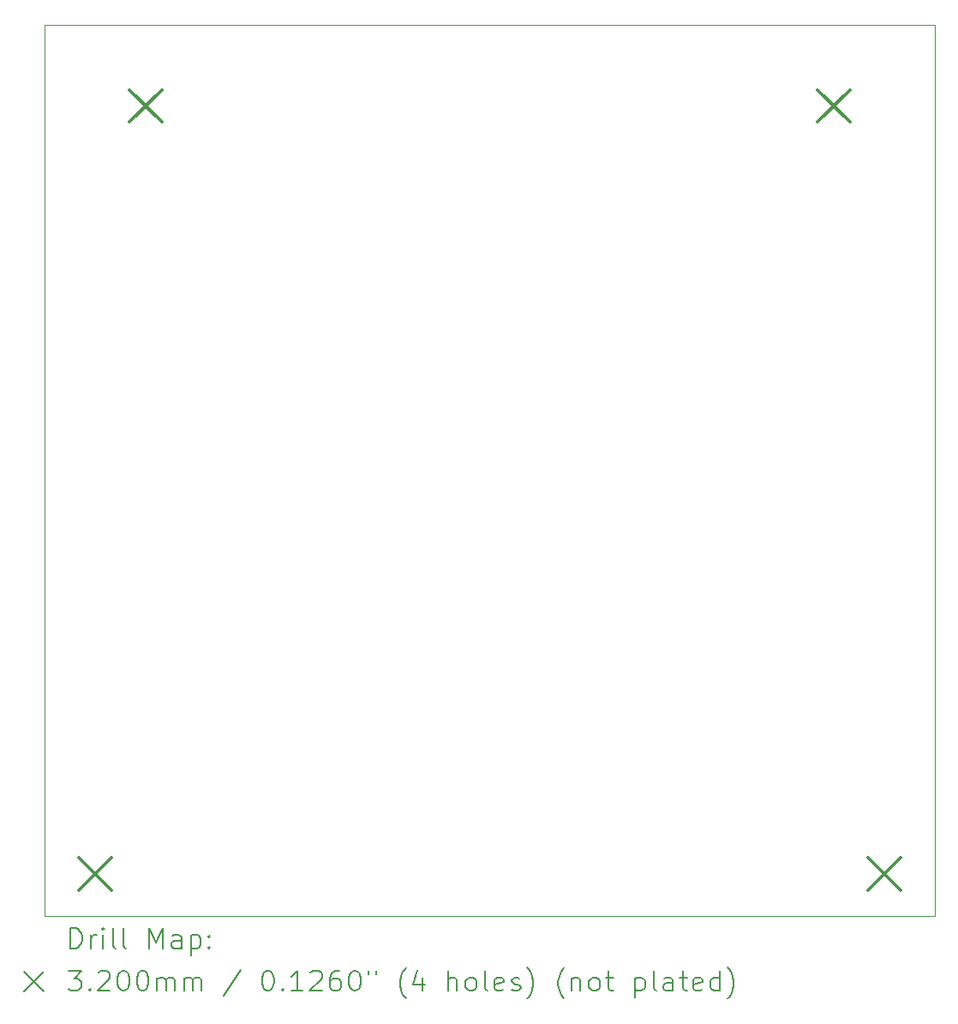
<source format=gbr>
%TF.GenerationSoftware,KiCad,Pcbnew,7.0.8-7.0.8~ubuntu22.04.1*%
%TF.CreationDate,2024-01-26T15:53:50+01:00*%
%TF.ProjectId,shoulder,73686f75-6c64-4657-922e-6b696361645f,1.1*%
%TF.SameCoordinates,Original*%
%TF.FileFunction,Drillmap*%
%TF.FilePolarity,Positive*%
%FSLAX45Y45*%
G04 Gerber Fmt 4.5, Leading zero omitted, Abs format (unit mm)*
G04 Created by KiCad (PCBNEW 7.0.8-7.0.8~ubuntu22.04.1) date 2024-01-26 15:53:50*
%MOMM*%
%LPD*%
G01*
G04 APERTURE LIST*
%ADD10C,0.100000*%
%ADD11C,0.200000*%
%ADD12C,0.320000*%
G04 APERTURE END LIST*
D10*
X6175000Y-1450000D02*
X14975000Y-1450000D01*
X14975000Y-10250000D01*
X6175000Y-10250000D01*
X6175000Y-1450000D01*
D11*
D12*
X6515000Y-9675000D02*
X6835000Y-9995000D01*
X6835000Y-9675000D02*
X6515000Y-9995000D01*
X7015000Y-2090000D02*
X7335000Y-2410000D01*
X7335000Y-2090000D02*
X7015000Y-2410000D01*
X13815000Y-2090000D02*
X14135000Y-2410000D01*
X14135000Y-2090000D02*
X13815000Y-2410000D01*
X14315000Y-9675000D02*
X14635000Y-9995000D01*
X14635000Y-9675000D02*
X14315000Y-9995000D01*
D11*
X6430777Y-10566484D02*
X6430777Y-10366484D01*
X6430777Y-10366484D02*
X6478396Y-10366484D01*
X6478396Y-10366484D02*
X6506967Y-10376008D01*
X6506967Y-10376008D02*
X6526015Y-10395055D01*
X6526015Y-10395055D02*
X6535539Y-10414103D01*
X6535539Y-10414103D02*
X6545062Y-10452198D01*
X6545062Y-10452198D02*
X6545062Y-10480770D01*
X6545062Y-10480770D02*
X6535539Y-10518865D01*
X6535539Y-10518865D02*
X6526015Y-10537912D01*
X6526015Y-10537912D02*
X6506967Y-10556960D01*
X6506967Y-10556960D02*
X6478396Y-10566484D01*
X6478396Y-10566484D02*
X6430777Y-10566484D01*
X6630777Y-10566484D02*
X6630777Y-10433150D01*
X6630777Y-10471246D02*
X6640301Y-10452198D01*
X6640301Y-10452198D02*
X6649824Y-10442674D01*
X6649824Y-10442674D02*
X6668872Y-10433150D01*
X6668872Y-10433150D02*
X6687920Y-10433150D01*
X6754586Y-10566484D02*
X6754586Y-10433150D01*
X6754586Y-10366484D02*
X6745062Y-10376008D01*
X6745062Y-10376008D02*
X6754586Y-10385531D01*
X6754586Y-10385531D02*
X6764110Y-10376008D01*
X6764110Y-10376008D02*
X6754586Y-10366484D01*
X6754586Y-10366484D02*
X6754586Y-10385531D01*
X6878396Y-10566484D02*
X6859348Y-10556960D01*
X6859348Y-10556960D02*
X6849824Y-10537912D01*
X6849824Y-10537912D02*
X6849824Y-10366484D01*
X6983158Y-10566484D02*
X6964110Y-10556960D01*
X6964110Y-10556960D02*
X6954586Y-10537912D01*
X6954586Y-10537912D02*
X6954586Y-10366484D01*
X7211729Y-10566484D02*
X7211729Y-10366484D01*
X7211729Y-10366484D02*
X7278396Y-10509341D01*
X7278396Y-10509341D02*
X7345062Y-10366484D01*
X7345062Y-10366484D02*
X7345062Y-10566484D01*
X7526015Y-10566484D02*
X7526015Y-10461722D01*
X7526015Y-10461722D02*
X7516491Y-10442674D01*
X7516491Y-10442674D02*
X7497443Y-10433150D01*
X7497443Y-10433150D02*
X7459348Y-10433150D01*
X7459348Y-10433150D02*
X7440301Y-10442674D01*
X7526015Y-10556960D02*
X7506967Y-10566484D01*
X7506967Y-10566484D02*
X7459348Y-10566484D01*
X7459348Y-10566484D02*
X7440301Y-10556960D01*
X7440301Y-10556960D02*
X7430777Y-10537912D01*
X7430777Y-10537912D02*
X7430777Y-10518865D01*
X7430777Y-10518865D02*
X7440301Y-10499817D01*
X7440301Y-10499817D02*
X7459348Y-10490293D01*
X7459348Y-10490293D02*
X7506967Y-10490293D01*
X7506967Y-10490293D02*
X7526015Y-10480770D01*
X7621253Y-10433150D02*
X7621253Y-10633150D01*
X7621253Y-10442674D02*
X7640301Y-10433150D01*
X7640301Y-10433150D02*
X7678396Y-10433150D01*
X7678396Y-10433150D02*
X7697443Y-10442674D01*
X7697443Y-10442674D02*
X7706967Y-10452198D01*
X7706967Y-10452198D02*
X7716491Y-10471246D01*
X7716491Y-10471246D02*
X7716491Y-10528389D01*
X7716491Y-10528389D02*
X7706967Y-10547436D01*
X7706967Y-10547436D02*
X7697443Y-10556960D01*
X7697443Y-10556960D02*
X7678396Y-10566484D01*
X7678396Y-10566484D02*
X7640301Y-10566484D01*
X7640301Y-10566484D02*
X7621253Y-10556960D01*
X7802205Y-10547436D02*
X7811729Y-10556960D01*
X7811729Y-10556960D02*
X7802205Y-10566484D01*
X7802205Y-10566484D02*
X7792682Y-10556960D01*
X7792682Y-10556960D02*
X7802205Y-10547436D01*
X7802205Y-10547436D02*
X7802205Y-10566484D01*
X7802205Y-10442674D02*
X7811729Y-10452198D01*
X7811729Y-10452198D02*
X7802205Y-10461722D01*
X7802205Y-10461722D02*
X7792682Y-10452198D01*
X7792682Y-10452198D02*
X7802205Y-10442674D01*
X7802205Y-10442674D02*
X7802205Y-10461722D01*
X5970000Y-10795000D02*
X6170000Y-10995000D01*
X6170000Y-10795000D02*
X5970000Y-10995000D01*
X6411729Y-10786484D02*
X6535539Y-10786484D01*
X6535539Y-10786484D02*
X6468872Y-10862674D01*
X6468872Y-10862674D02*
X6497443Y-10862674D01*
X6497443Y-10862674D02*
X6516491Y-10872198D01*
X6516491Y-10872198D02*
X6526015Y-10881722D01*
X6526015Y-10881722D02*
X6535539Y-10900770D01*
X6535539Y-10900770D02*
X6535539Y-10948389D01*
X6535539Y-10948389D02*
X6526015Y-10967436D01*
X6526015Y-10967436D02*
X6516491Y-10976960D01*
X6516491Y-10976960D02*
X6497443Y-10986484D01*
X6497443Y-10986484D02*
X6440301Y-10986484D01*
X6440301Y-10986484D02*
X6421253Y-10976960D01*
X6421253Y-10976960D02*
X6411729Y-10967436D01*
X6621253Y-10967436D02*
X6630777Y-10976960D01*
X6630777Y-10976960D02*
X6621253Y-10986484D01*
X6621253Y-10986484D02*
X6611729Y-10976960D01*
X6611729Y-10976960D02*
X6621253Y-10967436D01*
X6621253Y-10967436D02*
X6621253Y-10986484D01*
X6706967Y-10805531D02*
X6716491Y-10796008D01*
X6716491Y-10796008D02*
X6735539Y-10786484D01*
X6735539Y-10786484D02*
X6783158Y-10786484D01*
X6783158Y-10786484D02*
X6802205Y-10796008D01*
X6802205Y-10796008D02*
X6811729Y-10805531D01*
X6811729Y-10805531D02*
X6821253Y-10824579D01*
X6821253Y-10824579D02*
X6821253Y-10843627D01*
X6821253Y-10843627D02*
X6811729Y-10872198D01*
X6811729Y-10872198D02*
X6697443Y-10986484D01*
X6697443Y-10986484D02*
X6821253Y-10986484D01*
X6945062Y-10786484D02*
X6964110Y-10786484D01*
X6964110Y-10786484D02*
X6983158Y-10796008D01*
X6983158Y-10796008D02*
X6992682Y-10805531D01*
X6992682Y-10805531D02*
X7002205Y-10824579D01*
X7002205Y-10824579D02*
X7011729Y-10862674D01*
X7011729Y-10862674D02*
X7011729Y-10910293D01*
X7011729Y-10910293D02*
X7002205Y-10948389D01*
X7002205Y-10948389D02*
X6992682Y-10967436D01*
X6992682Y-10967436D02*
X6983158Y-10976960D01*
X6983158Y-10976960D02*
X6964110Y-10986484D01*
X6964110Y-10986484D02*
X6945062Y-10986484D01*
X6945062Y-10986484D02*
X6926015Y-10976960D01*
X6926015Y-10976960D02*
X6916491Y-10967436D01*
X6916491Y-10967436D02*
X6906967Y-10948389D01*
X6906967Y-10948389D02*
X6897443Y-10910293D01*
X6897443Y-10910293D02*
X6897443Y-10862674D01*
X6897443Y-10862674D02*
X6906967Y-10824579D01*
X6906967Y-10824579D02*
X6916491Y-10805531D01*
X6916491Y-10805531D02*
X6926015Y-10796008D01*
X6926015Y-10796008D02*
X6945062Y-10786484D01*
X7135539Y-10786484D02*
X7154586Y-10786484D01*
X7154586Y-10786484D02*
X7173634Y-10796008D01*
X7173634Y-10796008D02*
X7183158Y-10805531D01*
X7183158Y-10805531D02*
X7192682Y-10824579D01*
X7192682Y-10824579D02*
X7202205Y-10862674D01*
X7202205Y-10862674D02*
X7202205Y-10910293D01*
X7202205Y-10910293D02*
X7192682Y-10948389D01*
X7192682Y-10948389D02*
X7183158Y-10967436D01*
X7183158Y-10967436D02*
X7173634Y-10976960D01*
X7173634Y-10976960D02*
X7154586Y-10986484D01*
X7154586Y-10986484D02*
X7135539Y-10986484D01*
X7135539Y-10986484D02*
X7116491Y-10976960D01*
X7116491Y-10976960D02*
X7106967Y-10967436D01*
X7106967Y-10967436D02*
X7097443Y-10948389D01*
X7097443Y-10948389D02*
X7087920Y-10910293D01*
X7087920Y-10910293D02*
X7087920Y-10862674D01*
X7087920Y-10862674D02*
X7097443Y-10824579D01*
X7097443Y-10824579D02*
X7106967Y-10805531D01*
X7106967Y-10805531D02*
X7116491Y-10796008D01*
X7116491Y-10796008D02*
X7135539Y-10786484D01*
X7287920Y-10986484D02*
X7287920Y-10853150D01*
X7287920Y-10872198D02*
X7297443Y-10862674D01*
X7297443Y-10862674D02*
X7316491Y-10853150D01*
X7316491Y-10853150D02*
X7345063Y-10853150D01*
X7345063Y-10853150D02*
X7364110Y-10862674D01*
X7364110Y-10862674D02*
X7373634Y-10881722D01*
X7373634Y-10881722D02*
X7373634Y-10986484D01*
X7373634Y-10881722D02*
X7383158Y-10862674D01*
X7383158Y-10862674D02*
X7402205Y-10853150D01*
X7402205Y-10853150D02*
X7430777Y-10853150D01*
X7430777Y-10853150D02*
X7449824Y-10862674D01*
X7449824Y-10862674D02*
X7459348Y-10881722D01*
X7459348Y-10881722D02*
X7459348Y-10986484D01*
X7554586Y-10986484D02*
X7554586Y-10853150D01*
X7554586Y-10872198D02*
X7564110Y-10862674D01*
X7564110Y-10862674D02*
X7583158Y-10853150D01*
X7583158Y-10853150D02*
X7611729Y-10853150D01*
X7611729Y-10853150D02*
X7630777Y-10862674D01*
X7630777Y-10862674D02*
X7640301Y-10881722D01*
X7640301Y-10881722D02*
X7640301Y-10986484D01*
X7640301Y-10881722D02*
X7649824Y-10862674D01*
X7649824Y-10862674D02*
X7668872Y-10853150D01*
X7668872Y-10853150D02*
X7697443Y-10853150D01*
X7697443Y-10853150D02*
X7716491Y-10862674D01*
X7716491Y-10862674D02*
X7726015Y-10881722D01*
X7726015Y-10881722D02*
X7726015Y-10986484D01*
X8116491Y-10776960D02*
X7945063Y-11034103D01*
X8373634Y-10786484D02*
X8392682Y-10786484D01*
X8392682Y-10786484D02*
X8411729Y-10796008D01*
X8411729Y-10796008D02*
X8421253Y-10805531D01*
X8421253Y-10805531D02*
X8430777Y-10824579D01*
X8430777Y-10824579D02*
X8440301Y-10862674D01*
X8440301Y-10862674D02*
X8440301Y-10910293D01*
X8440301Y-10910293D02*
X8430777Y-10948389D01*
X8430777Y-10948389D02*
X8421253Y-10967436D01*
X8421253Y-10967436D02*
X8411729Y-10976960D01*
X8411729Y-10976960D02*
X8392682Y-10986484D01*
X8392682Y-10986484D02*
X8373634Y-10986484D01*
X8373634Y-10986484D02*
X8354586Y-10976960D01*
X8354586Y-10976960D02*
X8345063Y-10967436D01*
X8345063Y-10967436D02*
X8335539Y-10948389D01*
X8335539Y-10948389D02*
X8326015Y-10910293D01*
X8326015Y-10910293D02*
X8326015Y-10862674D01*
X8326015Y-10862674D02*
X8335539Y-10824579D01*
X8335539Y-10824579D02*
X8345063Y-10805531D01*
X8345063Y-10805531D02*
X8354586Y-10796008D01*
X8354586Y-10796008D02*
X8373634Y-10786484D01*
X8526015Y-10967436D02*
X8535539Y-10976960D01*
X8535539Y-10976960D02*
X8526015Y-10986484D01*
X8526015Y-10986484D02*
X8516491Y-10976960D01*
X8516491Y-10976960D02*
X8526015Y-10967436D01*
X8526015Y-10967436D02*
X8526015Y-10986484D01*
X8726015Y-10986484D02*
X8611729Y-10986484D01*
X8668872Y-10986484D02*
X8668872Y-10786484D01*
X8668872Y-10786484D02*
X8649825Y-10815055D01*
X8649825Y-10815055D02*
X8630777Y-10834103D01*
X8630777Y-10834103D02*
X8611729Y-10843627D01*
X8802206Y-10805531D02*
X8811729Y-10796008D01*
X8811729Y-10796008D02*
X8830777Y-10786484D01*
X8830777Y-10786484D02*
X8878396Y-10786484D01*
X8878396Y-10786484D02*
X8897444Y-10796008D01*
X8897444Y-10796008D02*
X8906968Y-10805531D01*
X8906968Y-10805531D02*
X8916491Y-10824579D01*
X8916491Y-10824579D02*
X8916491Y-10843627D01*
X8916491Y-10843627D02*
X8906968Y-10872198D01*
X8906968Y-10872198D02*
X8792682Y-10986484D01*
X8792682Y-10986484D02*
X8916491Y-10986484D01*
X9087920Y-10786484D02*
X9049825Y-10786484D01*
X9049825Y-10786484D02*
X9030777Y-10796008D01*
X9030777Y-10796008D02*
X9021253Y-10805531D01*
X9021253Y-10805531D02*
X9002206Y-10834103D01*
X9002206Y-10834103D02*
X8992682Y-10872198D01*
X8992682Y-10872198D02*
X8992682Y-10948389D01*
X8992682Y-10948389D02*
X9002206Y-10967436D01*
X9002206Y-10967436D02*
X9011729Y-10976960D01*
X9011729Y-10976960D02*
X9030777Y-10986484D01*
X9030777Y-10986484D02*
X9068872Y-10986484D01*
X9068872Y-10986484D02*
X9087920Y-10976960D01*
X9087920Y-10976960D02*
X9097444Y-10967436D01*
X9097444Y-10967436D02*
X9106968Y-10948389D01*
X9106968Y-10948389D02*
X9106968Y-10900770D01*
X9106968Y-10900770D02*
X9097444Y-10881722D01*
X9097444Y-10881722D02*
X9087920Y-10872198D01*
X9087920Y-10872198D02*
X9068872Y-10862674D01*
X9068872Y-10862674D02*
X9030777Y-10862674D01*
X9030777Y-10862674D02*
X9011729Y-10872198D01*
X9011729Y-10872198D02*
X9002206Y-10881722D01*
X9002206Y-10881722D02*
X8992682Y-10900770D01*
X9230777Y-10786484D02*
X9249825Y-10786484D01*
X9249825Y-10786484D02*
X9268872Y-10796008D01*
X9268872Y-10796008D02*
X9278396Y-10805531D01*
X9278396Y-10805531D02*
X9287920Y-10824579D01*
X9287920Y-10824579D02*
X9297444Y-10862674D01*
X9297444Y-10862674D02*
X9297444Y-10910293D01*
X9297444Y-10910293D02*
X9287920Y-10948389D01*
X9287920Y-10948389D02*
X9278396Y-10967436D01*
X9278396Y-10967436D02*
X9268872Y-10976960D01*
X9268872Y-10976960D02*
X9249825Y-10986484D01*
X9249825Y-10986484D02*
X9230777Y-10986484D01*
X9230777Y-10986484D02*
X9211729Y-10976960D01*
X9211729Y-10976960D02*
X9202206Y-10967436D01*
X9202206Y-10967436D02*
X9192682Y-10948389D01*
X9192682Y-10948389D02*
X9183158Y-10910293D01*
X9183158Y-10910293D02*
X9183158Y-10862674D01*
X9183158Y-10862674D02*
X9192682Y-10824579D01*
X9192682Y-10824579D02*
X9202206Y-10805531D01*
X9202206Y-10805531D02*
X9211729Y-10796008D01*
X9211729Y-10796008D02*
X9230777Y-10786484D01*
X9373634Y-10786484D02*
X9373634Y-10824579D01*
X9449825Y-10786484D02*
X9449825Y-10824579D01*
X9745063Y-11062674D02*
X9735539Y-11053150D01*
X9735539Y-11053150D02*
X9716491Y-11024579D01*
X9716491Y-11024579D02*
X9706968Y-11005531D01*
X9706968Y-11005531D02*
X9697444Y-10976960D01*
X9697444Y-10976960D02*
X9687920Y-10929341D01*
X9687920Y-10929341D02*
X9687920Y-10891246D01*
X9687920Y-10891246D02*
X9697444Y-10843627D01*
X9697444Y-10843627D02*
X9706968Y-10815055D01*
X9706968Y-10815055D02*
X9716491Y-10796008D01*
X9716491Y-10796008D02*
X9735539Y-10767436D01*
X9735539Y-10767436D02*
X9745063Y-10757912D01*
X9906968Y-10853150D02*
X9906968Y-10986484D01*
X9859349Y-10776960D02*
X9811730Y-10919817D01*
X9811730Y-10919817D02*
X9935539Y-10919817D01*
X10164111Y-10986484D02*
X10164111Y-10786484D01*
X10249825Y-10986484D02*
X10249825Y-10881722D01*
X10249825Y-10881722D02*
X10240301Y-10862674D01*
X10240301Y-10862674D02*
X10221253Y-10853150D01*
X10221253Y-10853150D02*
X10192682Y-10853150D01*
X10192682Y-10853150D02*
X10173634Y-10862674D01*
X10173634Y-10862674D02*
X10164111Y-10872198D01*
X10373634Y-10986484D02*
X10354587Y-10976960D01*
X10354587Y-10976960D02*
X10345063Y-10967436D01*
X10345063Y-10967436D02*
X10335539Y-10948389D01*
X10335539Y-10948389D02*
X10335539Y-10891246D01*
X10335539Y-10891246D02*
X10345063Y-10872198D01*
X10345063Y-10872198D02*
X10354587Y-10862674D01*
X10354587Y-10862674D02*
X10373634Y-10853150D01*
X10373634Y-10853150D02*
X10402206Y-10853150D01*
X10402206Y-10853150D02*
X10421253Y-10862674D01*
X10421253Y-10862674D02*
X10430777Y-10872198D01*
X10430777Y-10872198D02*
X10440301Y-10891246D01*
X10440301Y-10891246D02*
X10440301Y-10948389D01*
X10440301Y-10948389D02*
X10430777Y-10967436D01*
X10430777Y-10967436D02*
X10421253Y-10976960D01*
X10421253Y-10976960D02*
X10402206Y-10986484D01*
X10402206Y-10986484D02*
X10373634Y-10986484D01*
X10554587Y-10986484D02*
X10535539Y-10976960D01*
X10535539Y-10976960D02*
X10526015Y-10957912D01*
X10526015Y-10957912D02*
X10526015Y-10786484D01*
X10706968Y-10976960D02*
X10687920Y-10986484D01*
X10687920Y-10986484D02*
X10649825Y-10986484D01*
X10649825Y-10986484D02*
X10630777Y-10976960D01*
X10630777Y-10976960D02*
X10621253Y-10957912D01*
X10621253Y-10957912D02*
X10621253Y-10881722D01*
X10621253Y-10881722D02*
X10630777Y-10862674D01*
X10630777Y-10862674D02*
X10649825Y-10853150D01*
X10649825Y-10853150D02*
X10687920Y-10853150D01*
X10687920Y-10853150D02*
X10706968Y-10862674D01*
X10706968Y-10862674D02*
X10716492Y-10881722D01*
X10716492Y-10881722D02*
X10716492Y-10900770D01*
X10716492Y-10900770D02*
X10621253Y-10919817D01*
X10792682Y-10976960D02*
X10811730Y-10986484D01*
X10811730Y-10986484D02*
X10849825Y-10986484D01*
X10849825Y-10986484D02*
X10868873Y-10976960D01*
X10868873Y-10976960D02*
X10878396Y-10957912D01*
X10878396Y-10957912D02*
X10878396Y-10948389D01*
X10878396Y-10948389D02*
X10868873Y-10929341D01*
X10868873Y-10929341D02*
X10849825Y-10919817D01*
X10849825Y-10919817D02*
X10821253Y-10919817D01*
X10821253Y-10919817D02*
X10802206Y-10910293D01*
X10802206Y-10910293D02*
X10792682Y-10891246D01*
X10792682Y-10891246D02*
X10792682Y-10881722D01*
X10792682Y-10881722D02*
X10802206Y-10862674D01*
X10802206Y-10862674D02*
X10821253Y-10853150D01*
X10821253Y-10853150D02*
X10849825Y-10853150D01*
X10849825Y-10853150D02*
X10868873Y-10862674D01*
X10945063Y-11062674D02*
X10954587Y-11053150D01*
X10954587Y-11053150D02*
X10973634Y-11024579D01*
X10973634Y-11024579D02*
X10983158Y-11005531D01*
X10983158Y-11005531D02*
X10992682Y-10976960D01*
X10992682Y-10976960D02*
X11002206Y-10929341D01*
X11002206Y-10929341D02*
X11002206Y-10891246D01*
X11002206Y-10891246D02*
X10992682Y-10843627D01*
X10992682Y-10843627D02*
X10983158Y-10815055D01*
X10983158Y-10815055D02*
X10973634Y-10796008D01*
X10973634Y-10796008D02*
X10954587Y-10767436D01*
X10954587Y-10767436D02*
X10945063Y-10757912D01*
X11306968Y-11062674D02*
X11297444Y-11053150D01*
X11297444Y-11053150D02*
X11278396Y-11024579D01*
X11278396Y-11024579D02*
X11268872Y-11005531D01*
X11268872Y-11005531D02*
X11259349Y-10976960D01*
X11259349Y-10976960D02*
X11249825Y-10929341D01*
X11249825Y-10929341D02*
X11249825Y-10891246D01*
X11249825Y-10891246D02*
X11259349Y-10843627D01*
X11259349Y-10843627D02*
X11268872Y-10815055D01*
X11268872Y-10815055D02*
X11278396Y-10796008D01*
X11278396Y-10796008D02*
X11297444Y-10767436D01*
X11297444Y-10767436D02*
X11306968Y-10757912D01*
X11383158Y-10853150D02*
X11383158Y-10986484D01*
X11383158Y-10872198D02*
X11392682Y-10862674D01*
X11392682Y-10862674D02*
X11411730Y-10853150D01*
X11411730Y-10853150D02*
X11440301Y-10853150D01*
X11440301Y-10853150D02*
X11459349Y-10862674D01*
X11459349Y-10862674D02*
X11468872Y-10881722D01*
X11468872Y-10881722D02*
X11468872Y-10986484D01*
X11592682Y-10986484D02*
X11573634Y-10976960D01*
X11573634Y-10976960D02*
X11564111Y-10967436D01*
X11564111Y-10967436D02*
X11554587Y-10948389D01*
X11554587Y-10948389D02*
X11554587Y-10891246D01*
X11554587Y-10891246D02*
X11564111Y-10872198D01*
X11564111Y-10872198D02*
X11573634Y-10862674D01*
X11573634Y-10862674D02*
X11592682Y-10853150D01*
X11592682Y-10853150D02*
X11621253Y-10853150D01*
X11621253Y-10853150D02*
X11640301Y-10862674D01*
X11640301Y-10862674D02*
X11649825Y-10872198D01*
X11649825Y-10872198D02*
X11659349Y-10891246D01*
X11659349Y-10891246D02*
X11659349Y-10948389D01*
X11659349Y-10948389D02*
X11649825Y-10967436D01*
X11649825Y-10967436D02*
X11640301Y-10976960D01*
X11640301Y-10976960D02*
X11621253Y-10986484D01*
X11621253Y-10986484D02*
X11592682Y-10986484D01*
X11716492Y-10853150D02*
X11792682Y-10853150D01*
X11745063Y-10786484D02*
X11745063Y-10957912D01*
X11745063Y-10957912D02*
X11754587Y-10976960D01*
X11754587Y-10976960D02*
X11773634Y-10986484D01*
X11773634Y-10986484D02*
X11792682Y-10986484D01*
X12011730Y-10853150D02*
X12011730Y-11053150D01*
X12011730Y-10862674D02*
X12030777Y-10853150D01*
X12030777Y-10853150D02*
X12068873Y-10853150D01*
X12068873Y-10853150D02*
X12087920Y-10862674D01*
X12087920Y-10862674D02*
X12097444Y-10872198D01*
X12097444Y-10872198D02*
X12106968Y-10891246D01*
X12106968Y-10891246D02*
X12106968Y-10948389D01*
X12106968Y-10948389D02*
X12097444Y-10967436D01*
X12097444Y-10967436D02*
X12087920Y-10976960D01*
X12087920Y-10976960D02*
X12068873Y-10986484D01*
X12068873Y-10986484D02*
X12030777Y-10986484D01*
X12030777Y-10986484D02*
X12011730Y-10976960D01*
X12221253Y-10986484D02*
X12202206Y-10976960D01*
X12202206Y-10976960D02*
X12192682Y-10957912D01*
X12192682Y-10957912D02*
X12192682Y-10786484D01*
X12383158Y-10986484D02*
X12383158Y-10881722D01*
X12383158Y-10881722D02*
X12373634Y-10862674D01*
X12373634Y-10862674D02*
X12354587Y-10853150D01*
X12354587Y-10853150D02*
X12316492Y-10853150D01*
X12316492Y-10853150D02*
X12297444Y-10862674D01*
X12383158Y-10976960D02*
X12364111Y-10986484D01*
X12364111Y-10986484D02*
X12316492Y-10986484D01*
X12316492Y-10986484D02*
X12297444Y-10976960D01*
X12297444Y-10976960D02*
X12287920Y-10957912D01*
X12287920Y-10957912D02*
X12287920Y-10938865D01*
X12287920Y-10938865D02*
X12297444Y-10919817D01*
X12297444Y-10919817D02*
X12316492Y-10910293D01*
X12316492Y-10910293D02*
X12364111Y-10910293D01*
X12364111Y-10910293D02*
X12383158Y-10900770D01*
X12449825Y-10853150D02*
X12526015Y-10853150D01*
X12478396Y-10786484D02*
X12478396Y-10957912D01*
X12478396Y-10957912D02*
X12487920Y-10976960D01*
X12487920Y-10976960D02*
X12506968Y-10986484D01*
X12506968Y-10986484D02*
X12526015Y-10986484D01*
X12668873Y-10976960D02*
X12649825Y-10986484D01*
X12649825Y-10986484D02*
X12611730Y-10986484D01*
X12611730Y-10986484D02*
X12592682Y-10976960D01*
X12592682Y-10976960D02*
X12583158Y-10957912D01*
X12583158Y-10957912D02*
X12583158Y-10881722D01*
X12583158Y-10881722D02*
X12592682Y-10862674D01*
X12592682Y-10862674D02*
X12611730Y-10853150D01*
X12611730Y-10853150D02*
X12649825Y-10853150D01*
X12649825Y-10853150D02*
X12668873Y-10862674D01*
X12668873Y-10862674D02*
X12678396Y-10881722D01*
X12678396Y-10881722D02*
X12678396Y-10900770D01*
X12678396Y-10900770D02*
X12583158Y-10919817D01*
X12849825Y-10986484D02*
X12849825Y-10786484D01*
X12849825Y-10976960D02*
X12830777Y-10986484D01*
X12830777Y-10986484D02*
X12792682Y-10986484D01*
X12792682Y-10986484D02*
X12773634Y-10976960D01*
X12773634Y-10976960D02*
X12764111Y-10967436D01*
X12764111Y-10967436D02*
X12754587Y-10948389D01*
X12754587Y-10948389D02*
X12754587Y-10891246D01*
X12754587Y-10891246D02*
X12764111Y-10872198D01*
X12764111Y-10872198D02*
X12773634Y-10862674D01*
X12773634Y-10862674D02*
X12792682Y-10853150D01*
X12792682Y-10853150D02*
X12830777Y-10853150D01*
X12830777Y-10853150D02*
X12849825Y-10862674D01*
X12926015Y-11062674D02*
X12935539Y-11053150D01*
X12935539Y-11053150D02*
X12954587Y-11024579D01*
X12954587Y-11024579D02*
X12964111Y-11005531D01*
X12964111Y-11005531D02*
X12973634Y-10976960D01*
X12973634Y-10976960D02*
X12983158Y-10929341D01*
X12983158Y-10929341D02*
X12983158Y-10891246D01*
X12983158Y-10891246D02*
X12973634Y-10843627D01*
X12973634Y-10843627D02*
X12964111Y-10815055D01*
X12964111Y-10815055D02*
X12954587Y-10796008D01*
X12954587Y-10796008D02*
X12935539Y-10767436D01*
X12935539Y-10767436D02*
X12926015Y-10757912D01*
M02*

</source>
